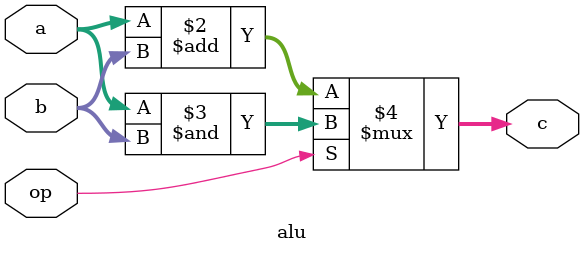
<source format=v>
module alu(op,a,b,c);
  input op;
  input [7:0] a,b;
  output [7:0] c;
  
  assign c  = (op == 0)?a+b:a & b;
endmodule

</source>
